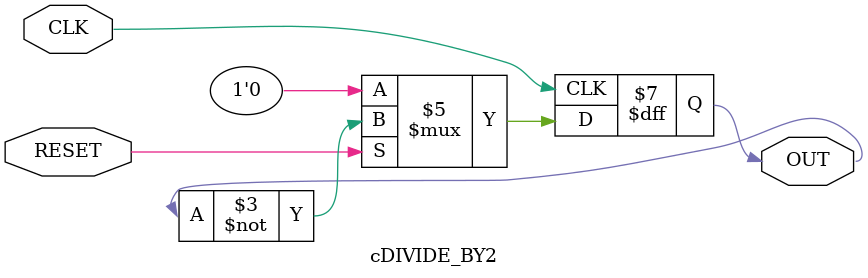
<source format=v>
module cDIVIDE_BY2 ( input wire CLK , input wire RESET, output wire OUT);

always @(posedge CLK)
begin
if (~RESET)
     OUT <= 1'b0;
else
     OUT <= ~OUT;	
end
endmodule

</source>
